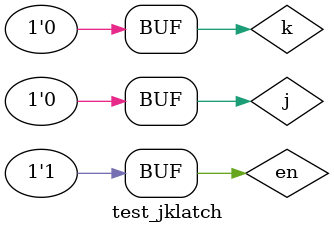
<source format=v>

module jk_latch(
     input j,k, en,
	 output reg q,q_bar);
	 
  always@(j,k,en)
   begin
    if(en)
      begin
        if(!j && !k)
		q<=q;
        else if(!j && k)
		q<=1'b0;
        else if (j && !k)
		q<= 1'b1;
        else if (j && k)
		q <= ~q;
		else 
		q<=q;
	  end 
	 else 
	 q <= q;
	end
	always@(q) 
	begin
	q_bar <=~q;
	end 
endmodule 


module test_jklatch;
  reg j,k,en;
  wire q,q_bar;
  
  jk_latch u0(.j(j),.k(k),.en(en),.q(q),.q_bar(q_bar));
  initial begin
      $monitor("en=%B, j=%b, k=%b, q=%b, q_bar=%b",en,j,k,q,q_bar);
    en=0; j=0;k=0; #1;
    en=1; #1;
    j=0;k=0; #1;
    j=0; k=1; #1;
    j=1; k=0; #1;
    j=1; k=1; #1;
    j=0; k=1; #1;
    j=1; k=1; #1;
    en=0; j=0; #1;
    en=1; #1;
    k=0;
  end 
endmodule 

</source>
